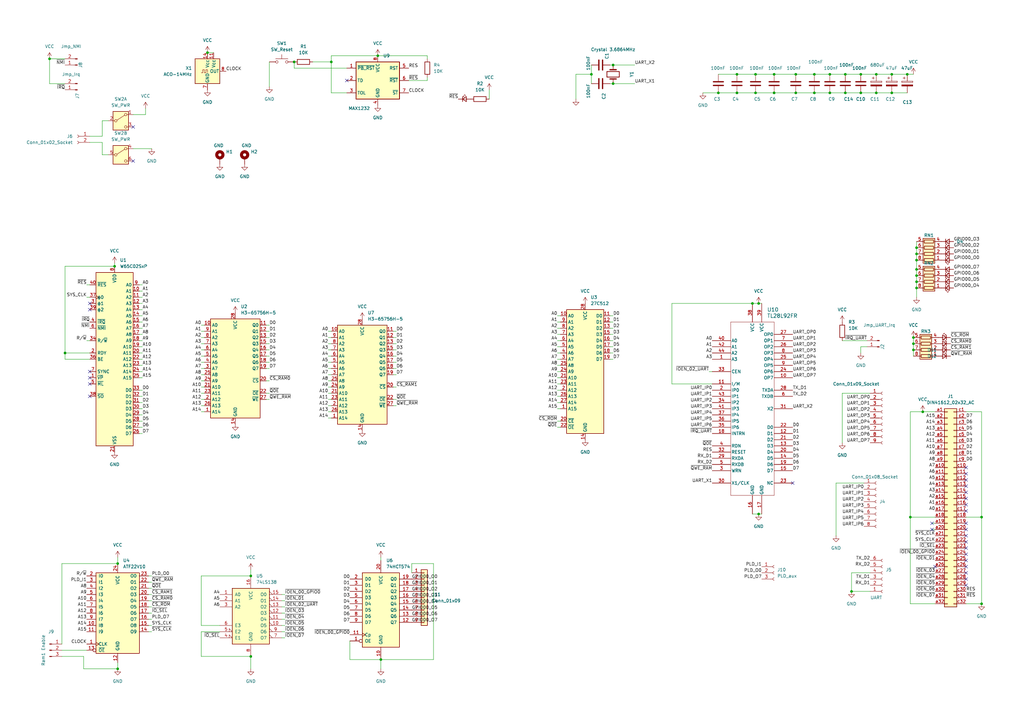
<source format=kicad_sch>
(kicad_sch (version 20230121) (generator eeschema)
  (paper "A3")
  (junction (at 375.92 104.14))
  (junction (at 373.38 212.09))
  (junction (at 102.87 269.24))
  (junction (at 326.39 38.1))
  (junction (at 85.09 21.59))
  (junction (at 309.88 30.48))
  (junction (at 48.26 274.32))
  (junction (at 334.01 30.48))
  (junction (at 375.92 110.49))
  (junction (at 340.36 38.1))
  (junction (at 135.89 25.4))
  (junction (at 326.39 30.48))
  (junction (at 302.26 38.1))
  (junction (at 346.71 38.1))
  (junction (at 120.65 25.4))
  (junction (at 374.65 143.51))
  (junction (at 317.5 30.48))
  (junction (at 353.06 30.48))
  (junction (at 365.76 30.48))
  (junction (at 251.46 34.29))
  (junction (at 365.76 38.1))
  (junction (at 156.21 270.51))
  (junction (at 402.59 212.09))
  (junction (at 378.46 168.91))
  (junction (at 375.92 106.68))
  (junction (at 359.41 38.1))
  (junction (at 340.36 30.48))
  (junction (at 311.15 124.46))
  (junction (at 309.88 38.1))
  (junction (at 302.26 30.48))
  (junction (at 374.65 138.43))
  (junction (at 334.01 38.1))
  (junction (at 154.94 22.86))
  (junction (at 375.92 115.57))
  (junction (at 311.15 210.82))
  (junction (at 402.59 247.65))
  (junction (at 317.5 38.1))
  (junction (at 375.92 101.6))
  (junction (at 294.64 38.1))
  (junction (at 20.32 24.13))
  (junction (at 374.65 140.97))
  (junction (at 46.99 109.22))
  (junction (at 346.71 30.48))
  (junction (at 48.26 231.14))
  (junction (at 242.57 30.48))
  (junction (at 102.87 236.22))
  (junction (at 359.41 30.48))
  (junction (at 353.06 38.1))
  (junction (at 375.92 113.03))
  (junction (at 26.67 144.78))
  (junction (at 372.11 30.48))
  (junction (at 251.46 26.67))
  (junction (at 349.25 242.57))
  (junction (at 375.92 118.11))
  (junction (at 308.61 124.46))
  (no_connect (at 396.24 217.17))
  (no_connect (at 396.24 222.25))
  (no_connect (at 396.24 201.93))
  (no_connect (at 325.12 198.12))
  (no_connect (at 382.27 217.17))
  (no_connect (at 36.83 152.4))
  (no_connect (at 396.24 194.31))
  (no_connect (at 396.24 234.95))
  (no_connect (at 396.24 229.87))
  (no_connect (at 382.27 214.63))
  (no_connect (at 396.24 199.39))
  (no_connect (at 36.83 124.46))
  (no_connect (at 36.83 154.94))
  (no_connect (at 383.54 232.41))
  (no_connect (at 36.83 162.56))
  (no_connect (at 396.24 219.71))
  (no_connect (at 396.24 196.85))
  (no_connect (at 396.24 209.55))
  (no_connect (at 54.61 66.04))
  (no_connect (at 396.24 232.41))
  (no_connect (at 396.24 214.63))
  (no_connect (at 54.61 52.07))
  (no_connect (at 396.24 240.03))
  (no_connect (at 396.24 191.77))
  (no_connect (at 36.83 157.48))
  (no_connect (at 396.24 207.01))
  (no_connect (at 36.83 127))
  (no_connect (at 396.24 224.79))
  (no_connect (at 396.24 237.49))
  (no_connect (at 396.24 204.47))
  (no_connect (at 396.24 227.33))
  (no_connect (at 142.24 33.02))
  (wire (pts (xy 135.89 22.86) (xy 154.94 22.86)))
  (wire (pts (xy 317.5 38.1) (xy 326.39 38.1)))
  (wire (pts (xy 110.49 135.89) (xy 109.22 135.89)))
  (wire (pts (xy 26.67 34.29) (xy 20.32 34.29)))
  (wire (pts (xy 342.9 219.71) (xy 342.9 198.12)))
  (wire (pts (xy 334.01 38.1) (xy 340.36 38.1)))
  (wire (pts (xy 228.6 167.64) (xy 229.87 167.64)))
  (wire (pts (xy 58.42 162.56) (xy 57.15 162.56)))
  (wire (pts (xy 260.35 34.29) (xy 251.46 34.29)))
  (wire (pts (xy 46.99 107.95) (xy 46.99 109.22)))
  (wire (pts (xy 275.59 157.48) (xy 275.59 124.46)))
  (wire (pts (xy 58.42 147.32) (xy 57.15 147.32)))
  (wire (pts (xy 82.55 163.83) (xy 83.82 163.83)))
  (wire (pts (xy 292.1 152.4) (xy 290.83 152.4)))
  (wire (pts (xy 134.62 135.89) (xy 135.89 135.89)))
  (wire (pts (xy 309.88 30.48) (xy 317.5 30.48)))
  (wire (pts (xy 116.84 256.54) (xy 115.57 256.54)))
  (wire (pts (xy 334.01 30.48) (xy 340.36 30.48)))
  (wire (pts (xy 110.49 133.35) (xy 109.22 133.35)))
  (wire (pts (xy 58.42 152.4) (xy 57.15 152.4)))
  (wire (pts (xy 340.36 38.1) (xy 346.71 38.1)))
  (wire (pts (xy 167.64 33.02) (xy 175.26 33.02)))
  (wire (pts (xy 302.26 30.48) (xy 309.88 30.48)))
  (wire (pts (xy 110.49 163.83) (xy 109.22 163.83)))
  (wire (pts (xy 228.6 152.4) (xy 229.87 152.4)))
  (wire (pts (xy 143.51 270.51) (xy 156.21 270.51)))
  (wire (pts (xy 82.55 146.05) (xy 83.82 146.05)))
  (wire (pts (xy 175.26 24.13) (xy 175.26 22.86)))
  (wire (pts (xy 154.94 22.86) (xy 175.26 22.86)))
  (wire (pts (xy 177.8 231.14) (xy 177.8 270.51)))
  (wire (pts (xy 58.42 160.02) (xy 57.15 160.02)))
  (wire (pts (xy 375.92 110.49) (xy 375.92 113.03)))
  (wire (pts (xy 58.42 144.78) (xy 57.15 144.78)))
  (wire (pts (xy 168.91 231.14) (xy 177.8 231.14)))
  (wire (pts (xy 156.21 228.6) (xy 156.21 229.87)))
  (wire (pts (xy 228.6 160.02) (xy 229.87 160.02)))
  (wire (pts (xy 311.15 210.82) (xy 312.42 210.82)))
  (wire (pts (xy 82.55 259.08) (xy 82.55 269.24)))
  (wire (pts (xy 35.56 139.7) (xy 36.83 139.7)))
  (wire (pts (xy 135.89 22.86) (xy 135.89 25.4)))
  (wire (pts (xy 134.62 171.45) (xy 135.89 171.45)))
  (wire (pts (xy 359.41 38.1) (xy 365.76 38.1)))
  (wire (pts (xy 120.65 25.4) (xy 120.65 27.94)))
  (wire (pts (xy 82.55 236.22) (xy 102.87 236.22)))
  (wire (pts (xy 82.55 143.51) (xy 83.82 143.51)))
  (wire (pts (xy 116.84 246.38) (xy 115.57 246.38)))
  (wire (pts (xy 116.84 243.84) (xy 115.57 243.84)))
  (wire (pts (xy 228.6 137.16) (xy 229.87 137.16)))
  (wire (pts (xy 228.6 134.62) (xy 229.87 134.62)))
  (wire (pts (xy 373.38 212.09) (xy 373.38 247.65)))
  (wire (pts (xy 375.92 99.06) (xy 375.92 101.6)))
  (wire (pts (xy 251.46 142.24) (xy 250.19 142.24)))
  (wire (pts (xy 346.71 30.48) (xy 353.06 30.48)))
  (wire (pts (xy 162.56 158.75) (xy 161.29 158.75)))
  (wire (pts (xy 110.49 25.4) (xy 110.49 35.56)))
  (wire (pts (xy 134.62 166.37) (xy 135.89 166.37)))
  (wire (pts (xy 110.49 148.59) (xy 109.22 148.59)))
  (wire (pts (xy 58.42 142.24) (xy 57.15 142.24)))
  (wire (pts (xy 353.06 144.78) (xy 353.06 142.24)))
  (wire (pts (xy 110.49 161.29) (xy 109.22 161.29)))
  (wire (pts (xy 62.23 236.22) (xy 60.96 236.22)))
  (wire (pts (xy 82.55 148.59) (xy 83.82 148.59)))
  (wire (pts (xy 48.26 271.78) (xy 48.26 274.32)))
  (wire (pts (xy 82.55 133.35) (xy 83.82 133.35)))
  (wire (pts (xy 82.55 153.67) (xy 83.82 153.67)))
  (wire (pts (xy 177.8 270.51) (xy 156.21 270.51)))
  (wire (pts (xy 402.59 247.65) (xy 396.24 247.65)))
  (wire (pts (xy 110.49 156.21) (xy 109.22 156.21)))
  (wire (pts (xy 162.56 148.59) (xy 161.29 148.59)))
  (wire (pts (xy 251.46 134.62) (xy 250.19 134.62)))
  (wire (pts (xy 228.6 162.56) (xy 229.87 162.56)))
  (wire (pts (xy 228.6 157.48) (xy 229.87 157.48)))
  (wire (pts (xy 294.64 30.48) (xy 302.26 30.48)))
  (wire (pts (xy 25.4 264.16) (xy 25.4 231.14)))
  (wire (pts (xy 26.67 109.22) (xy 46.99 109.22)))
  (wire (pts (xy 162.56 143.51) (xy 161.29 143.51)))
  (wire (pts (xy 378.46 168.91) (xy 383.54 168.91)))
  (wire (pts (xy 110.49 138.43) (xy 109.22 138.43)))
  (wire (pts (xy 373.38 168.91) (xy 378.46 168.91)))
  (wire (pts (xy 62.23 251.46) (xy 60.96 251.46)))
  (wire (pts (xy 308.61 124.46) (xy 311.15 124.46)))
  (wire (pts (xy 128.27 25.4) (xy 135.89 25.4)))
  (wire (pts (xy 162.56 146.05) (xy 161.29 146.05)))
  (wire (pts (xy 345.44 139.7) (xy 355.6 139.7)))
  (wire (pts (xy 228.6 139.7) (xy 229.87 139.7)))
  (wire (pts (xy 110.49 140.97) (xy 109.22 140.97)))
  (wire (pts (xy 58.42 127) (xy 57.15 127)))
  (wire (pts (xy 134.62 138.43) (xy 135.89 138.43)))
  (wire (pts (xy 375.92 104.14) (xy 375.92 106.68)))
  (wire (pts (xy 62.23 254) (xy 60.96 254)))
  (wire (pts (xy 90.17 259.08) (xy 82.55 259.08)))
  (wire (pts (xy 25.4 266.7) (xy 35.56 266.7)))
  (wire (pts (xy 82.55 138.43) (xy 83.82 138.43)))
  (wire (pts (xy 58.42 177.8) (xy 57.15 177.8)))
  (wire (pts (xy 26.67 144.78) (xy 26.67 147.32)))
  (wire (pts (xy 82.55 158.75) (xy 83.82 158.75)))
  (wire (pts (xy 228.6 144.78) (xy 229.87 144.78)))
  (wire (pts (xy 228.6 129.54) (xy 229.87 129.54)))
  (wire (pts (xy 375.92 118.11) (xy 375.92 121.92)))
  (wire (pts (xy 58.42 116.84) (xy 57.15 116.84)))
  (wire (pts (xy 116.84 261.62) (xy 115.57 261.62)))
  (wire (pts (xy 228.6 165.1) (xy 229.87 165.1)))
  (wire (pts (xy 110.49 151.13) (xy 109.22 151.13)))
  (wire (pts (xy 134.62 146.05) (xy 135.89 146.05)))
  (wire (pts (xy 85.09 21.59) (xy 87.63 21.59)))
  (wire (pts (xy 228.6 172.72) (xy 229.87 172.72)))
  (wire (pts (xy 134.62 156.21) (xy 135.89 156.21)))
  (wire (pts (xy 58.42 119.38) (xy 57.15 119.38)))
  (wire (pts (xy 41.91 49.53) (xy 44.45 49.53)))
  (wire (pts (xy 353.06 142.24) (xy 355.6 142.24)))
  (wire (pts (xy 359.41 30.48) (xy 365.76 30.48)))
  (wire (pts (xy 383.54 247.65) (xy 373.38 247.65)))
  (wire (pts (xy 58.42 175.26) (xy 57.15 175.26)))
  (wire (pts (xy 58.42 132.08) (xy 57.15 132.08)))
  (wire (pts (xy 251.46 137.16) (xy 250.19 137.16)))
  (wire (pts (xy 34.29 274.32) (xy 48.26 274.32)))
  (wire (pts (xy 134.62 148.59) (xy 135.89 148.59)))
  (wire (pts (xy 26.67 144.78) (xy 36.83 144.78)))
  (wire (pts (xy 110.49 143.51) (xy 109.22 143.51)))
  (wire (pts (xy 82.55 140.97) (xy 83.82 140.97)))
  (wire (pts (xy 302.26 38.1) (xy 309.88 38.1)))
  (wire (pts (xy 156.21 270.51) (xy 156.21 274.32)))
  (wire (pts (xy 90.17 256.54) (xy 82.55 256.54)))
  (wire (pts (xy 134.62 151.13) (xy 135.89 151.13)))
  (wire (pts (xy 251.46 34.29) (xy 250.19 34.29)))
  (wire (pts (xy 41.91 58.42) (xy 41.91 63.5)))
  (wire (pts (xy 260.35 26.67) (xy 251.46 26.67)))
  (wire (pts (xy 26.67 24.13) (xy 20.32 24.13)))
  (wire (pts (xy 36.83 55.88) (xy 41.91 55.88)))
  (wire (pts (xy 162.56 166.37) (xy 161.29 166.37)))
  (wire (pts (xy 346.71 38.1) (xy 353.06 38.1)))
  (wire (pts (xy 58.42 129.54) (xy 57.15 129.54)))
  (wire (pts (xy 375.92 115.57) (xy 375.92 118.11)))
  (wire (pts (xy 134.62 153.67) (xy 135.89 153.67)))
  (wire (pts (xy 62.23 243.84) (xy 60.96 243.84)))
  (wire (pts (xy 134.62 158.75) (xy 135.89 158.75)))
  (wire (pts (xy 236.22 30.48) (xy 242.57 30.48)))
  (wire (pts (xy 228.6 149.86) (xy 229.87 149.86)))
  (wire (pts (xy 228.6 154.94) (xy 229.87 154.94)))
  (wire (pts (xy 326.39 30.48) (xy 334.01 30.48)))
  (wire (pts (xy 345.44 181.61) (xy 345.44 161.29)))
  (wire (pts (xy 58.42 137.16) (xy 57.15 137.16)))
  (wire (pts (xy 58.42 139.7) (xy 57.15 139.7)))
  (wire (pts (xy 228.6 175.26) (xy 229.87 175.26)))
  (wire (pts (xy 375.92 106.68) (xy 375.92 110.49)))
  (wire (pts (xy 168.91 231.14) (xy 168.91 234.95)))
  (wire (pts (xy 116.84 248.92) (xy 115.57 248.92)))
  (wire (pts (xy 365.76 30.48) (xy 372.11 30.48)))
  (wire (pts (xy 345.44 161.29) (xy 356.87 161.29)))
  (wire (pts (xy 58.42 167.64) (xy 57.15 167.64)))
  (wire (pts (xy 228.6 147.32) (xy 229.87 147.32)))
  (wire (pts (xy 41.91 63.5) (xy 44.45 63.5)))
  (wire (pts (xy 251.46 147.32) (xy 250.19 147.32)))
  (wire (pts (xy 251.46 139.7) (xy 250.19 139.7)))
  (wire (pts (xy 228.6 132.08) (xy 229.87 132.08)))
  (wire (pts (xy 58.42 170.18) (xy 57.15 170.18)))
  (wire (pts (xy 82.55 156.21) (xy 83.82 156.21)))
  (wire (pts (xy 309.88 38.1) (xy 317.5 38.1)))
  (wire (pts (xy 116.84 251.46) (xy 115.57 251.46)))
  (wire (pts (xy 275.59 124.46) (xy 308.61 124.46)))
  (wire (pts (xy 242.57 30.48) (xy 242.57 34.29)))
  (wire (pts (xy 25.4 231.14) (xy 48.26 231.14)))
  (wire (pts (xy 102.87 269.24) (xy 102.87 274.32)))
  (wire (pts (xy 134.62 163.83) (xy 135.89 163.83)))
  (wire (pts (xy 34.29 269.24) (xy 34.29 274.32)))
  (wire (pts (xy 35.56 116.84) (xy 36.83 116.84)))
  (wire (pts (xy 251.46 129.54) (xy 250.19 129.54)))
  (wire (pts (xy 134.62 140.97) (xy 135.89 140.97)))
  (wire (pts (xy 365.76 38.1) (xy 372.11 38.1)))
  (wire (pts (xy 82.55 166.37) (xy 83.82 166.37)))
  (wire (pts (xy 162.56 140.97) (xy 161.29 140.97)))
  (wire (pts (xy 82.55 151.13) (xy 83.82 151.13)))
  (wire (pts (xy 62.23 259.08) (xy 60.96 259.08)))
  (wire (pts (xy 26.67 109.22) (xy 26.67 144.78)))
  (wire (pts (xy 349.25 242.57) (xy 356.87 242.57)))
  (wire (pts (xy 58.42 165.1) (xy 57.15 165.1)))
  (wire (pts (xy 317.5 30.48) (xy 326.39 30.48)))
  (wire (pts (xy 20.32 34.29) (xy 20.32 24.13)))
  (wire (pts (xy 294.64 38.1) (xy 302.26 38.1)))
  (wire (pts (xy 62.23 256.54) (xy 60.96 256.54)))
  (wire (pts (xy 82.55 135.89) (xy 83.82 135.89)))
  (wire (pts (xy 349.25 234.95) (xy 349.25 242.57)))
  (wire (pts (xy 353.06 38.1) (xy 359.41 38.1)))
  (wire (pts (xy 372.11 30.48) (xy 374.65 30.48)))
  (wire (pts (xy 59.69 46.99) (xy 54.61 46.99)))
  (wire (pts (xy 62.23 246.38) (xy 60.96 246.38)))
  (wire (pts (xy 242.57 26.67) (xy 242.57 30.48)))
  (wire (pts (xy 58.42 124.46) (xy 57.15 124.46)))
  (wire (pts (xy 402.59 168.91) (xy 402.59 212.09)))
  (wire (pts (xy 82.55 269.24) (xy 102.87 269.24)))
  (wire (pts (xy 82.55 256.54) (xy 82.55 236.22)))
  (wire (pts (xy 200.66 36.83) (xy 200.66 40.64)))
  (wire (pts (xy 292.1 157.48) (xy 275.59 157.48)))
  (wire (pts (xy 36.83 147.32) (xy 26.67 147.32)))
  (wire (pts (xy 62.23 241.3) (xy 60.96 241.3)))
  (wire (pts (xy 116.84 259.08) (xy 115.57 259.08)))
  (wire (pts (xy 58.42 149.86) (xy 57.15 149.86)))
  (wire (pts (xy 342.9 198.12) (xy 354.33 198.12)))
  (wire (pts (xy 142.24 38.1) (xy 135.89 38.1)))
  (wire (pts (xy 25.4 269.24) (xy 34.29 269.24)))
  (wire (pts (xy 41.91 55.88) (xy 41.91 49.53)))
  (wire (pts (xy 311.15 124.46) (xy 312.42 124.46)))
  (wire (pts (xy 308.61 210.82) (xy 311.15 210.82)))
  (wire (pts (xy 374.65 138.43) (xy 374.65 140.97)))
  (wire (pts (xy 35.56 121.92) (xy 36.83 121.92)))
  (wire (pts (xy 382.27 217.17) (xy 383.54 217.17)))
  (wire (pts (xy 162.56 151.13) (xy 161.29 151.13)))
  (wire (pts (xy 375.92 113.03) (xy 375.92 115.57)))
  (wire (pts (xy 353.06 30.48) (xy 359.41 30.48)))
  (wire (pts (xy 62.23 248.92) (xy 60.96 248.92)))
  (wire (pts (xy 374.65 143.51) (xy 374.65 146.05)))
  (wire (pts (xy 135.89 38.1) (xy 135.89 25.4)))
  (wire (pts (xy 374.65 140.97) (xy 374.65 143.51)))
  (wire (pts (xy 102.87 233.68) (xy 102.87 236.22)))
  (wire (pts (xy 59.69 46.99) (xy 59.69 44.45)))
  (wire (pts (xy 58.42 134.62) (xy 57.15 134.62)))
  (wire (pts (xy 162.56 153.67) (xy 161.29 153.67)))
  (wire (pts (xy 120.65 27.94) (xy 142.24 27.94)))
  (wire (pts (xy 62.23 238.76) (xy 60.96 238.76)))
  (wire (pts (xy 326.39 38.1) (xy 334.01 38.1)))
  (wire (pts (xy 110.49 146.05) (xy 109.22 146.05)))
  (wire (pts (xy 402.59 212.09) (xy 402.59 247.65)))
  (wire (pts (xy 48.26 228.6) (xy 48.26 231.14)))
  (wire (pts (xy 82.55 161.29) (xy 83.82 161.29)))
  (wire (pts (xy 396.24 168.91) (xy 402.59 168.91)))
  (wire (pts (xy 236.22 30.48) (xy 236.22 40.64)))
  (wire (pts (xy 396.24 212.09) (xy 402.59 212.09)))
  (wire (pts (xy 356.87 234.95) (xy 349.25 234.95)))
  (wire (pts (xy 251.46 132.08) (xy 250.19 132.08)))
  (wire (pts (xy 288.29 38.1) (xy 294.64 38.1)))
  (wire (pts (xy 175.26 33.02) (xy 175.26 31.75)))
  (wire (pts (xy 58.42 154.94) (xy 57.15 154.94)))
  (wire (pts (xy 373.38 168.91) (xy 373.38 212.09)))
  (wire (pts (xy 116.84 254) (xy 115.57 254)))
  (wire (pts (xy 82.55 168.91) (xy 83.82 168.91)))
  (wire (pts (xy 58.42 121.92) (xy 57.15 121.92)))
  (wire (pts (xy 251.46 26.67) (xy 250.19 26.67)))
  (wire (pts (xy 58.42 172.72) (xy 57.15 172.72)))
  (wire (pts (xy 373.38 212.09) (xy 383.54 212.09)))
  (wire (pts (xy 134.62 143.51) (xy 135.89 143.51)))
  (wire (pts (xy 36.83 58.42) (xy 41.91 58.42)))
  (wire (pts (xy 134.62 168.91) (xy 135.89 168.91)))
  (wire (pts (xy 340.36 30.48) (xy 346.71 30.48)))
  (wire (pts (xy 143.51 262.89) (xy 143.51 270.51)))
  (wire (pts (xy 134.62 161.29) (xy 135.89 161.29)))
  (wire (pts (xy 382.27 214.63) (xy 383.54 214.63)))
  (wire (pts (xy 228.6 142.24) (xy 229.87 142.24)))
  (wire (pts (xy 375.92 101.6) (xy 375.92 104.14)))
  (wire (pts (xy 162.56 135.89) (xy 161.29 135.89)))
  (wire (pts (xy 251.46 144.78) (xy 250.19 144.78)))
  (wire (pts (xy 162.56 138.43) (xy 161.29 138.43)))
  (wire (pts (xy 54.61 60.96) (xy 62.23 60.96)))
  (wire (pts (xy 162.56 163.83) (xy 161.29 163.83)))
  (label "D2" (at 162.56 140.97 0))
  (label "D5" (at 162.56 148.59 0))
  (label "D0" (at 162.56 135.89 0))
  (label "UART_IP5" (at 292.1 172.72 180))
  (label "UART_IP3" (at 354.33 208.28 180))
  (label "D0" (at 325.12 175.26 0))
  (label "D4" (at 162.56 146.05 0))
  (label "SYS_CLK" (at 383.54 222.25 180))
  (label "~{IRQ}" (at 36.83 132.08 180))
  (label "RES" (at 167.64 27.94 0))
  (label "A7" (at 58.42 134.62 0))
  (label "D1" (at 110.49 135.89 0))
  (label "A9" (at 35.56 243.84 180))
  (label "A9" (at 383.54 186.69 180))
  (label "A10" (at 58.42 142.24 0))
  (label "GPIO00_O6" (at 391.16 113.03 0))
  (label "D2" (at 325.12 180.34 0))
  (label "GPIO00_O5" (at 391.16 115.57 0))
  (label "D5" (at 110.49 146.05 0))
  (label "D0" (at 396.24 189.23 0))
  (label "UART_OP5" (at 325.12 149.86 0))
  (label "A14" (at 35.56 256.54 180))
  (label "TX_D2" (at 356.87 229.87 180))
  (label "A10" (at 35.56 246.38 180))
  (label "~{RES}" (at 396.24 245.11 0))
  (label "UART_IP4" (at 292.1 170.18 180))
  (label "RX_D2" (at 356.87 232.41 180))
  (label "~{QOE}" (at 162.56 163.83 0))
  (label "A10" (at 383.54 184.15 180))
  (label "A12" (at 228.6 160.02 180))
  (label "PLD_O0" (at 312.42 234.95 180))
  (label "A13" (at 383.54 176.53 180))
  (label "~{IOEN_03}" (at 383.54 234.95 180))
  (label "A13" (at 228.6 162.56 180))
  (label "GPIO00_O7" (at 168.91 255.27 0))
  (label "A9" (at 82.55 156.21 180))
  (label "A5" (at 383.54 196.85 180))
  (label "D1" (at 58.42 162.56 0))
  (label "A14" (at 134.62 171.45 180))
  (label "UART_IP0" (at 292.1 160.02 180))
  (label "A6" (at 82.55 148.59 180))
  (label "~{IO_SEL}" (at 62.23 251.46 0))
  (label "UART_IP1" (at 292.1 162.56 180))
  (label "A3" (at 228.6 137.16 180))
  (label "GPIO00_O1" (at 391.16 104.14 0))
  (label "A10" (at 82.55 158.75 180))
  (label "D4" (at 58.42 170.18 0))
  (label "UART_IP2" (at 292.1 165.1 180))
  (label "A5" (at 90.17 246.38 180))
  (label "UART_X2" (at 325.12 167.64 0))
  (label "~{QOE}" (at 62.23 241.3 0))
  (label "~{CS_ROM}" (at 389.89 138.43 0))
  (label "UART_IP2" (at 354.33 205.74 180))
  (label "D6" (at 396.24 173.99 0))
  (label "D3" (at 58.42 167.64 0))
  (label "GPIO00_O5" (at 168.91 250.19 0))
  (label "~{CS_RAM1}" (at 389.89 143.51 0))
  (label "D4" (at 251.46 139.7 0))
  (label "GPIO00_O1" (at 168.91 240.03 0))
  (label "UART_X2" (at 260.35 26.67 0))
  (label "UART_OP4" (at 325.12 147.32 0))
  (label "A0" (at 134.62 135.89 180))
  (label "RES" (at 396.24 242.57 0))
  (label "A0" (at 82.55 133.35 180))
  (label "A9" (at 228.6 152.4 180))
  (label "UART_OP6" (at 356.87 179.07 180))
  (label "A13" (at 134.62 168.91 180))
  (label "UART_IP1" (at 354.33 203.2 180))
  (label "A1" (at 292.1 142.24 180))
  (label "A10" (at 228.6 154.94 180))
  (label "~{IOEN_01}" (at 383.54 229.87 180))
  (label "UART_OP0" (at 356.87 163.83 180))
  (label "D4" (at 325.12 185.42 0))
  (label "A1" (at 58.42 119.38 0))
  (label "R{slash}~{W}" (at 35.56 236.22 180))
  (label "D0" (at 251.46 129.54 0))
  (label "~{IRQ_UART}" (at 355.6 139.7 180))
  (label "RX_D2" (at 292.1 190.5 180))
  (label "D5" (at 396.24 176.53 0))
  (label "A2" (at 228.6 134.62 180))
  (label "~{IOEN_05}" (at 383.54 240.03 180))
  (label "A2" (at 383.54 204.47 180))
  (label "A11" (at 35.56 248.92 180))
  (label "PLD_I1" (at 35.56 238.76 180))
  (label "UART_IP6" (at 354.33 215.9 180))
  (label "CLOCK" (at 92.71 29.21 0))
  (label "UART_OP1" (at 356.87 166.37 180))
  (label "A1" (at 228.6 132.08 180))
  (label "~{CS_RAM0}" (at 62.23 246.38 0))
  (label "UART_IP4" (at 354.33 210.82 180))
  (label "A11" (at 134.62 163.83 180))
  (label "D7" (at 110.49 151.13 0))
  (label "~{IOEN_07}" (at 383.54 245.11 180))
  (label "~{QWE_RAM}" (at 110.49 163.83 0))
  (label "~{IOEN_03}" (at 116.84 251.46 0))
  (label "UART_OP7" (at 325.12 154.94 0))
  (label "A3" (at 134.62 143.51 180))
  (label "A7" (at 134.62 153.67 180))
  (label "~{QWE_RAM}" (at 62.23 238.76 0))
  (label "~{IOEN_01}" (at 116.84 246.38 0))
  (label "~{RES}" (at 35.56 116.84 180))
  (label "UART_IP0" (at 354.33 200.66 180))
  (label "A2" (at 292.1 144.78 180))
  (label "~{CS_RAM1}" (at 62.23 243.84 0))
  (label "A14" (at 228.6 165.1 180))
  (label "UART_OP4" (at 356.87 173.99 180))
  (label "SYS_CLK" (at 62.23 256.54 0))
  (label "D6" (at 325.12 190.5 0))
  (label "UART_OP1" (at 325.12 139.7 0))
  (label "~{IOEN_04}" (at 116.84 254 0))
  (label "UART_X1" (at 260.35 34.29 0))
  (label "RX_D1" (at 292.1 187.96 180))
  (label "TX_D1" (at 356.87 237.49 180))
  (label "TX_D2" (at 325.12 162.56 0))
  (label "D6" (at 110.49 148.59 0))
  (label "D3" (at 251.46 137.16 0))
  (label "D1" (at 251.46 132.08 0))
  (label "~{CS_RAM0}" (at 110.49 156.21 0))
  (label "A9" (at 58.42 139.7 0))
  (label "A8" (at 58.42 137.16 0))
  (label "~{IOEN_00_GPIO0}" (at 143.51 260.35 180))
  (label "D7" (at 396.24 171.45 0))
  (label "A0" (at 292.1 139.7 180))
  (label "UART_IP6" (at 292.1 175.26 180))
  (label "D7" (at 251.46 147.32 0))
  (label "SYS_CLK" (at 35.56 121.92 180))
  (label "D5" (at 251.46 142.24 0))
  (label "UART_IP5" (at 354.33 213.36 180))
  (label "CLOCK" (at 35.56 264.16 180))
  (label "D3" (at 110.49 140.97 0))
  (label "D5" (at 58.42 172.72 0))
  (label "~{QWE_RAM}" (at 292.1 193.04 180))
  (label "A3" (at 58.42 124.46 0))
  (label "A2" (at 82.55 138.43 180))
  (label "A3" (at 292.1 147.32 180))
  (label "GPIO00_O3" (at 391.16 99.06 0))
  (label "D7" (at 143.51 255.27 180))
  (label "A11" (at 82.55 161.29 180))
  (label "~{QOE}" (at 110.49 161.29 0))
  (label "PLD_I1" (at 312.42 232.41 180))
  (label "A1" (at 383.54 207.01 180))
  (label "A9" (at 134.62 158.75 180))
  (label "A8" (at 35.56 241.3 180))
  (label "~{IOEN_06}" (at 383.54 242.57 180))
  (label "A14" (at 82.55 168.91 180))
  (label "~{IOEN_02_UART}" (at 116.84 248.92 0))
  (label "~{IOEN_06}" (at 116.84 259.08 0))
  (label "A3" (at 383.54 201.93 180))
  (label "A15" (at 228.6 167.64 180))
  (label "A1" (at 134.62 138.43 180))
  (label "GPIO00_O0" (at 168.91 237.49 0))
  (label "A11" (at 383.54 181.61 180))
  (label "A6" (at 58.42 132.08 0))
  (label "UART_OP2" (at 356.87 168.91 180))
  (label "PLD_O0" (at 62.23 236.22 0))
  (label "UART_OP3" (at 356.87 171.45 180))
  (label "A5" (at 82.55 146.05 180))
  (label "GPIO00_O4" (at 168.91 247.65 0))
  (label "D6" (at 143.51 252.73 180))
  (label "A0" (at 383.54 209.55 180))
  (label "PLD_O7" (at 312.42 237.49 180))
  (label "A6" (at 134.62 151.13 180))
  (label "RES" (at 292.1 185.42 180))
  (label "A4" (at 82.55 143.51 180))
  (label "~{IOEN_00_GPIO0}" (at 383.54 227.33 180))
  (label "A6" (at 90.17 248.92 180))
  (label "A13" (at 58.42 149.86 0))
  (label "~{IOEN_00_GPIO0}" (at 116.84 243.84 0))
  (label "D0" (at 58.42 160.02 0))
  (label "A13" (at 82.55 166.37 180))
  (label "A0" (at 58.42 116.84 0))
  (label "UART_OP3" (at 325.12 144.78 0))
  (label "A15" (at 58.42 154.94 0))
  (label "A4" (at 90.17 243.84 180))
  (label "~{QWE_RAM}" (at 389.89 146.05 0))
  (label "GPIO00_O7" (at 391.16 110.49 0))
  (label "A6" (at 228.6 144.78 180))
  (label "D4" (at 110.49 143.51 0))
  (label "A4" (at 58.42 127 0))
  (label "A6" (at 383.54 194.31 180))
  (label "A15" (at 35.56 259.08 180))
  (label "GPIO00_O4" (at 391.16 118.11 0))
  (label "~{SYS_CLK}" (at 62.23 259.08 0))
  (label "D2" (at 396.24 184.15 0))
  (label "A5" (at 134.62 148.59 180))
  (label "D4" (at 396.24 179.07 0))
  (label "A12" (at 35.56 251.46 180))
  (label "~{IOEN_05}" (at 116.84 256.54 0))
  (label "~{IRQ}" (at 26.67 36.83 180))
  (label "GPIO00_O3" (at 168.91 245.11 0))
  (label "PLD_O7" (at 62.23 254 0))
  (label "A2" (at 134.62 140.97 180))
  (label "A10" (at 134.62 161.29 180))
  (label "GPIO00_O6" (at 168.91 252.73 0))
  (label "~{NMI}" (at 36.83 134.62 180))
  (label "D1" (at 143.51 240.03 180))
  (label "UART_OP6" (at 325.12 152.4 0))
  (label "A13" (at 35.56 254 180))
  (label "A12" (at 383.54 179.07 180))
  (label "GPIO00_O2" (at 168.91 242.57 0))
  (label "GPIO00_O2" (at 391.16 101.6 0))
  (label "A4" (at 134.62 146.05 180))
  (label "A4" (at 228.6 139.7 180))
  (label "D3" (at 325.12 182.88 0))
  (label "D1" (at 396.24 186.69 0))
  (label "CLOCK" (at 167.64 38.1 0))
  (label "A3" (at 82.55 140.97 180))
  (label "A1" (at 82.55 135.89 180))
  (label "~{RES}" (at 187.96 40.64 180))
  (label "UART_X1" (at 292.1 198.12 180))
  (label "UART_OP7" (at 356.87 181.61 180))
  (label "D3" (at 162.56 143.51 0))
  (label "A11" (at 58.42 144.78 0))
  (label "~{QWE_RAM}" (at 162.56 166.37 0))
  (label "D3" (at 396.24 181.61 0))
  (label "A12" (at 82.55 163.83 180))
  (label "A12" (at 134.62 166.37 180))
  (label "D2" (at 251.46 134.62 0))
  (label "~{CS_ROM}" (at 62.23 248.92 0))
  (label "UART_OP2" (at 325.12 142.24 0))
  (label "D1" (at 162.56 138.43 0))
  (label "A11" (at 228.6 157.48 180))
  (label "A7" (at 383.54 191.77 180))
  (label "A5" (at 58.42 129.54 0))
  (label "D2" (at 110.49 138.43 0))
  (label "~{CS_RAM0}" (at 389.89 140.97 0))
  (label "~{IOEN_02_UART}" (at 290.83 152.4 180))
  (label "A4" (at 383.54 199.39 180))
  (label "D6" (at 162.56 151.13 0))
  (label "D2" (at 58.42 165.1 0))
  (label "~{IOEN_07}" (at 116.84 261.62 0))
  (label "D0" (at 110.49 133.35 0))
  (label "D2" (at 143.51 242.57 180))
  (label "D7" (at 162.56 153.67 0))
  (label "GPIO00_O0" (at 391.16 106.68 0))
  (label "~{QOE}" (at 228.6 175.26 180))
  (label "D7" (at 58.42 177.8 0))
  (label "A7" (at 228.6 147.32 180))
  (label "~{IRQ_UART}" (at 292.1 177.8 180))
  (label "RX_D1" (at 356.87 240.03 180))
  (label "D1" (at 325.12 177.8 0))
  (label "D4" (at 143.51 247.65 180))
  (label "A2" (at 58.42 121.92 0))
  (label "A8" (at 82.55 153.67 180))
  (label "~{RES}" (at 167.64 33.02 0))
  (label "D5" (at 325.12 187.96 0))
  (label "A12" (at 58.42 147.32 0))
  (label "UART_IP3" (at 292.1 167.64 180))
  (label "~{CS_ROM}" (at 228.6 172.72 180))
  (label "A8" (at 134.62 156.21 180))
  (label "D5" (at 143.51 250.19 180))
  (label "TX_D1" (at 325.12 160.02 0))
  (label "~{NMI}" (at 26.67 26.67 180))
  (label "D6" (at 58.42 175.26 0))
  (label "A8" (at 383.54 189.23 180))
  (label "A5" (at 228.6 142.24 180))
  (label "A8" (at 228.6 149.86 180))
  (label "~{SYS_CLK}" (at 383.54 219.71 180))
  (label "D0" (at 143.51 237.49 180))
  (label "~{QOE}" (at 292.1 182.88 180))
  (label "UART_OP5" (at 356.87 176.53 180))
  (label "A0" (at 228.6 129.54 180))
  (label "D7" (at 325.12 193.04 0))
  (label "~{IO_SEL}" (at 90.17 261.62 180))
  (label "UART_OP0" (at 325.12 137.16 0))
  (label "A14" (at 383.54 173.99 180))
  (label "~{IO_SEL}" (at 383.54 224.79 180))
  (label "A14" (at 58.42 152.4 0))
  (label "~{CS_RAM1}" (at 162.56 158.75 0))
  (label "D3" (at 143.51 245.11 180))
  (label "D6" (at 251.46 144.78 0))
  (label "A7" (at 82.55 151.13 180))
  (label "~{IOEN_04}" (at 383.54 237.49 180))
  (label "A15" (at 383.54 171.45 180))
  (label "R{slash}~{W}" (at 35.56 139.7 180))
  (symbol (lib_id "Connector:Conn_01x02_Pin") (at 31.75 36.83 180) (unit 1)
    (property "Reference" "J7" (at 31.75 39.37 90))
    (property "Value" "Jmp_Irq" (at 29.21 30.48 0))
    (property "Footprint" "Connector_PinHeader_2.54mm:PinHeader_1x02_P2.54mm_Vertical" (effects hide))
  )
  (symbol (lib_id "Device:C") (at 340.36 34.29 0) (unit 1)
    (property "Reference" "C9" (at 339.725 40.64 0) (effects (justify left)))
    (property "Value" "100nF" (at 337.82 27.94 0) (effects (justify left)))
    (property "Footprint" "Capacitor_SMD:C_0805_2012Metric_Pad1.18x1.45mm_HandSolder" (effects hide))
  )
  (symbol (lib_id "Device:R") (at 196.85 40.64 90) (unit 1)
    (property "Reference" "R2" (at 196.85 34.29 90))
    (property "Value" "10K" (at 196.85 36.83 90))
    (property "Footprint" "Resistor_SMD:R_0805_2012Metric_Pad1.20x1.40mm_HandSolder" (effects hide))
  )
  (symbol (lib_id "power:GND") (at 349.25 242.57 0) (mirror y) (unit 1)
    (property "Reference" "#PWR029" (effects hide))
    (property "Value" "GND" (at 349.25 247.65 0))
  )
  (symbol (lib_id "65xx:W65C02SxP") (at 46.99 147.32 0) (unit 1)
    (property "Reference" "U1" (at 49.1841 106.68 0) (effects (justify left)))
    (property "Value" "W65C02SxP" (at 49.1841 109.22 0) (effects (justify left)))
    (property "Footprint" "Package_DIP:DIP-40_W15.24mm_Socket" (effects hide))
    (property "Datasheet" "http://www.westerndesigncenter.com/wdc/documentation/w65c02s.pdf" (effects hide))
  )
  (symbol (lib_id "Device:LED_Small") (at 388.62 110.49 0) (mirror x) (unit 1)
    (property "Reference" "D8" (effects hide))
    (property "Value" "LED_Small" (effects hide))
    (property "Footprint" "LED_SMD:LED_0805_2012Metric_Pad1.15x1.40mm_HandSolder" (effects hide))
  )
  (symbol (lib_id "power:VCC") (at 85.09 21.59 0) (unit 1)
    (property "Reference" "#PWR022" (effects hide))
    (property "Value" "VCC" (at 85.09 16.51 0))
  )
  (symbol (lib_id "power:GND") (at 96.52 173.99 0) (unit 1)
    (property "Reference" "#PWR08" (effects hide))
    (property "Value" "GND" (at 96.52 179.07 0))
  )
  (symbol (lib_id "Device:C") (at 346.71 34.29 0) (unit 1)
    (property "Reference" "C14" (at 346.075 40.64 0) (effects (justify left)))
    (property "Value" "100nF" (at 344.17 26.67 0) (effects (justify left)))
    (property "Footprint" "Capacitor_SMD:C_0805_2012Metric_Pad1.18x1.45mm_HandSolder" (effects hide))
  )
  (symbol (lib_id "Connector_Generic:Conn_01x09") (at 173.99 245.11 0) (unit 1)
    (property "Reference" "J11" (at 177.165 243.84 0) (effects (justify left)))
    (property "Value" "Conn_01x09" (at 177.165 246.38 0) (effects (justify left)))
    (property "Footprint" "Connector_PinSocket_2.54mm:PinSocket_1x09_P2.54mm_Vertical" (effects hide))
  )
  (symbol (lib_id "power:GND") (at 375.92 121.92 0) (unit 1)
    (property "Reference" "#PWR035" (effects hide))
    (property "Value" "GND" (at 375.92 127 0))
  )
  (symbol (lib_id "power:GND") (at 62.23 60.96 0) (unit 1)
    (property "Reference" "#PWR031" (effects hide))
    (property "Value" "GND" (at 62.23 66.04 0))
  )
  (symbol (lib_id "Device:C") (at 309.88 34.29 0) (unit 1)
    (property "Reference" "C5" (at 309.245 40.64 0) (effects (justify left)))
    (property "Value" "100nF" (at 307.34 27.94 0) (effects (justify left)))
    (property "Footprint" "Capacitor_SMD:C_0805_2012Metric_Pad1.18x1.45mm_HandSolder" (effects hide))
  )
  (symbol (lib_id "power:VCC") (at 374.65 138.43 0) (unit 1)
    (property "Reference" "#PWR036" (effects hide))
    (property "Value" "VCC" (at 374.65 133.35 0))
  )
  (symbol (lib_id "Device:R") (at 345.44 135.89 180) (unit 1)
    (property "Reference" "R3" (at 347.98 132.08 0) (effects (justify right)))
    (property "Value" "10K" (at 347.98 134.62 0) (effects (justify right)))
    (property "Footprint" "Resistor_SMD:R_0805_2012Metric_Pad1.20x1.40mm_HandSolder" (effects hide))
  )
  (symbol (lib_id "Memory_RAM:HM62256BLP") (at 148.59 153.67 0) (unit 1)
    (property "Reference" "U7" (at 150.7841 128.27 0) (effects (justify left)))
    (property "Value" "H3-65756H-5" (at 150.7841 130.81 0) (effects (justify left)))
    (property "Footprint" "Package_DIP:DIP-28_W7.62mm_Socket" (effects hide))
    (property "Datasheet" "https://web.mit.edu/6.115/www/document/62256.pdf" (effects hide))
  )
  (symbol (lib_id "Connector:Conn_01x08_Socket") (at 359.41 205.74 0) (unit 1)
    (property "Reference" "J4" (at 360.68 205.74 0) (effects (justify left)))
    (property "Value" "Conn_01x08_Socket" (at 349.25 195.58 0) (effects (justify left)))
    (property "Footprint" "Connector_PinSocket_2.54mm:PinSocket_1x08_P2.54mm_Vertical" (effects hide))
  )
  (symbol (lib_id "power:GND") (at 110.49 35.56 0) (unit 1)
    (property "Reference" "#PWR020" (effects hide))
    (property "Value" "GND" (at 110.49 40.64 0))
  )
  (symbol (lib_id "power:VCC") (at 20.32 24.13 0) (unit 1)
    (property "Reference" "#PWR030" (effects hide))
    (property "Value" "VCC" (at 20.32 19.05 0))
  )
  (symbol (lib_id "Device:LED_Small") (at 388.62 101.6 0) (mirror x) (unit 1)
    (property "Reference" "D3" (effects hide))
    (property "Value" "LED_Small" (effects hide))
    (property "Footprint" "LED_SMD:LED_0805_2012Metric_Pad1.15x1.40mm_HandSolder" (effects hide))
  )
  (symbol (lib_id "power:GND") (at 240.03 180.34 0) (unit 1)
    (property "Reference" "#PWR09" (effects hide))
    (property "Value" "GND" (at 240.03 185.42 0))
  )
  (symbol (lib_id "power:GND") (at 46.99 185.42 0) (unit 1)
    (property "Reference" "#PWR07" (effects hide))
    (property "Value" "GND" (at 46.99 190.5 0))
  )
  (symbol (lib_id "65xx:osci-14or8") (at 85.09 29.21 0) (unit 1)
    (property "Reference" "X1" (at 78.74 27.94 0) (effects (justify right)))
    (property "Value" "ACO-14MHz" (at 78.74 30.48 0) (effects (justify right)))
    (property "Footprint" "Package_DIP:DIP-14_W7.62mm" (effects hide))
    (property "Datasheet" "http://www.conwin.com/datasheets/cx/cx030.pdf" (effects hide))
  )
  (symbol (lib_id "power:VCC") (at 154.94 22.86 0) (unit 1)
    (property "Reference" "#PWR018" (effects hide))
    (property "Value" "VCC" (at 154.94 17.78 0))
  )
  (symbol (lib_id "Device:C") (at 334.01 34.29 0) (unit 1)
    (property "Reference" "C8" (at 332.105 40.64 0) (effects (justify left)))
    (property "Value" "100nF" (at 331.47 25.4 0) (effects (justify left)))
    (property "Footprint" "Capacitor_SMD:C_0805_2012Metric_Pad1.18x1.45mm_HandSolder" (effects hide))
  )
  (symbol (lib_id "power:VCC") (at 48.26 228.6 0) (unit 1)
    (property "Reference" "#PWR04" (effects hide))
    (property "Value" "VCC" (at 48.26 223.52 0))
  )
  (symbol (lib_id "Device:Crystal") (at 251.46 30.48 90) (unit 1)
    (property "Reference" "Y1" (at 259.08 30.48 0))
    (property "Value" "Crystal 3.6864MHz" (at 251.46 20.32 90))
    (property "Footprint" "Crystal:Crystal_HC49-4H_Vertical" (effects hide))
  )
  (symbol (lib_id "Connector:Conn_01x02_Pin") (at 31.75 26.67 180) (unit 1)
    (property "Reference" "J8" (at 33.02 26.67 90))
    (property "Value" "Jmp_NMI" (at 29.21 19.05 0))
    (property "Footprint" "Connector_PinHeader_2.54mm:PinHeader_1x02_P2.54mm_Vertical" (effects hide))
  )
  (symbol (lib_id "Memory_EPROM:27C512") (at 240.03 152.4 0) (unit 1)
    (property "Reference" "U3" (at 242.2241 121.92 0) (effects (justify left)))
    (property "Value" "27C512" (at 242.2241 124.46 0) (effects (justify left)))
    (property "Footprint" "Package_DIP:DIP-28_W15.24mm_Socket" (effects hide))
    (property "Datasheet" "http://ww1.microchip.com/downloads/en/DeviceDoc/doc0015.pdf" (effects hide))
  )
  (symbol (lib_id "Device:LED_Small") (at 388.62 99.06 0) (mirror x) (unit 1)
    (property "Reference" "D4" (at 393.7 99.06 0))
    (property "Value" "LED_Small" (effects hide))
    (property "Footprint" "LED_SMD:LED_0805_2012Metric_Pad1.15x1.40mm_HandSolder" (effects hide))
  )
  (symbol (lib_id "Connector:Conn_01x02_Pin") (at 360.68 142.24 180) (unit 1)
    (property "Reference" "J2" (at 361.95 142.24 90))
    (property "Value" "Jmp_UART_Irq" (at 360.68 133.35 0))
    (property "Footprint" "Connector_PinSocket_2.54mm:PinSocket_1x02_P2.54mm_Vertical" (effects hide))
  )
  (symbol (lib_id "Device:C") (at 294.64 34.29 0) (unit 1)
    (property "Reference" "C3" (at 292.735 40.64 0) (effects (justify left)))
    (property "Value" "100nF" (at 291.465 27.94 0) (effects (justify left)))
    (property "Footprint" "Capacitor_SMD:C_0805_2012Metric_Pad1.18x1.45mm_HandSolder" (effects hide))
  )
  (symbol (lib_id "Device:C") (at 353.06 34.29 0) (unit 1)
    (property "Reference" "C10" (at 354.965 40.64 0) (effects (justify right)))
    (property "Value" "100nF" (at 355.6 27.94 0) (effects (justify right)))
    (property "Footprint" "Capacitor_SMD:C_0805_2012Metric_Pad1.18x1.45mm_HandSolder" (effects hide))
  )
  (symbol (lib_id "Device:LED_Small") (at 387.35 138.43 0) (mirror y) (unit 1)
    (property "Reference" "D9" (effects hide))
    (property "Value" "LED_Small" (effects hide))
    (property "Footprint" "LED_SMD:LED_0805_2012Metric_Pad1.15x1.40mm_HandSolder" (effects hide))
  )
  (symbol (lib_id "power:VCC") (at 345.44 132.08 0) (unit 1)
    (property "Reference" "#PWR028" (effects hide))
    (property "Value" "VCC" (at 345.44 127 0))
  )
  (symbol (lib_id "74xx:74LS138") (at 102.87 251.46 0) (unit 1)
    (property "Reference" "U5" (at 105.0641 236.22 0) (effects (justify left)))
    (property "Value" "74LS138" (at 105.0641 238.76 0) (effects (justify left)))
    (property "Footprint" "Package_DIP:DIP-16_W7.62mm_Socket" (effects hide))
    (property "Datasheet" "http://www.ti.com/lit/gpn/sn74LS138" (effects hide))
  )
  (symbol (lib_id "Device:R_Pack04") (at 381 113.03 90) (unit 1)
    (property "Reference" "RN2" (at 381 107.95 90))
    (property "Value" "R_Pack04" (effects hide))
    (property "Footprint" "Resistor_SMD:R_Array_Convex_4x0612" (effects hide))
  )
  (symbol (lib_id "power:GND") (at 342.9 219.71 0) (unit 1)
    (property "Reference" "#PWR016" (effects hide))
    (property "Value" "GND" (at 342.9 224.79 0))
  )
  (symbol (lib_id "Device:LED_Small") (at 387.35 143.51 0) (mirror y) (unit 1)
    (property "Reference" "D11" (at 382.27 143.51 0))
    (property "Value" "LED_Small" (effects hide))
    (property "Footprint" "LED_SMD:LED_0805_2012Metric_Pad1.15x1.40mm_HandSolder" (effects hide))
  )
  (symbol (lib_id "power:GND") (at 156.21 274.32 0) (unit 1)
    (property "Reference" "#PWR03" (effects hide))
    (property "Value" "GND" (at 156.21 279.4 0))
  )
  (symbol (lib_id "Device:C") (at 302.26 34.29 0) (unit 1)
    (property "Reference" "C4" (at 300.355 40.64 0) (effects (justify left)))
    (property "Value" "100nF" (at 299.085 27.94 0) (effects (justify left)))
    (property "Footprint" "Capacitor_SMD:C_0805_2012Metric_Pad1.18x1.45mm_HandSolder" (effects hide))
  )
  (symbol (lib_id "Device:C_Polarized") (at 372.11 34.29 0) (unit 1)
    (property "Reference" "C13" (at 370.205 41.91 0) (effects (justify left)))
    (property "Value" "47uF" (at 369.57 27.94 0) (effects (justify left)))
    (property "Footprint" "Capacitor_THT:CP_Radial_D4.0mm_P2.00mm" (effects hide))
  )
  (symbol (lib_id "power:VCC") (at 156.21 228.6 0) (unit 1)
    (property "Reference" "#PWR06" (effects hide))
    (property "Value" "VCC" (at 156.21 223.52 0))
  )
  (symbol (lib_id "Device:R_Pack04") (at 379.73 140.97 90) (unit 1)
    (property "Reference" "RN3" (at 379.73 135.89 90))
    (property "Value" "R_Pack04" (effects hide))
    (property "Footprint" "Resistor_SMD:R_Array_Convex_4x0612" (effects hide))
  )
  (symbol (lib_id "power:VCC") (at 59.69 44.45 0) (unit 1)
    (property "Reference" "#PWR032" (effects hide))
    (property "Value" "VCC" (at 59.69 39.37 0))
  )
  (symbol (lib_id "Device:LED_Small") (at 388.62 118.11 0) (mirror x) (unit 1)
    (property "Reference" "D5" (effects hide))
    (property "Value" "LED_Small" (effects hide))
    (property "Footprint" "LED_SMD:LED_0805_2012Metric_Pad1.15x1.40mm_HandSolder" (effects hide))
  )
  (symbol (lib_id "Device:R") (at 124.46 25.4 90) (unit 1)
    (property "Reference" "R1" (at 124.46 19.05 90))
    (property "Value" "10K" (at 124.46 21.59 90))
    (property "Footprint" "Resistor_SMD:R_0805_2012Metric_Pad1.20x1.40mm_HandSolder" (effects hide))
  )
  (symbol (lib_id "power:VCC") (at 102.87 233.68 0) (unit 1)
    (property "Reference" "#PWR05" (effects hide))
    (property "Value" "VCC" (at 102.87 228.6 0))
  )
  (symbol (lib_id "power:GND") (at 353.06 144.78 0) (unit 1)
    (property "Reference" "#PWR027" (effects hide))
    (property "Value" "GND" (at 353.06 149.86 0))
  )
  (symbol (lib_id "power:VCC") (at 240.03 124.46 0) (unit 1)
    (property "Reference" "#PWR012" (effects hide))
    (property "Value" "VCC" (at 240.03 119.38 0))
  )
  (symbol (lib_id "Connector:Conn_01x06_Socket") (at 361.95 237.49 0) (mirror x) (unit 1)
    (property "Reference" "J5" (at 364.49 233.68 0))
    (property "Value" "UART" (at 359.41 245.11 0))
    (property "Footprint" "Connector_PinSocket_2.54mm:PinSocket_1x06_P2.54mm_Vertical" (effects hide))
  )
  (symbol (lib_id "Device:C") (at 246.38 34.29 270) (unit 1)
    (property "Reference" "C2" (at 247.65 38.1 0) (effects (justify left)))
    (property "Value" "100nF" (at 241.3 34.29 0) (effects (justify left)))
    (property "Footprint" "Capacitor_THT:C_Disc_D4.7mm_W2.5mm_P5.00mm" (effects hide))
  )
  (symbol (lib_id "Connector:Conn_01x03_Socket") (at 317.5 234.95 0) (unit 1)
    (property "Reference" "J10" (at 318.77 233.68 0) (effects (justify left)))
    (property "Value" "PLD_aux" (at 318.77 236.22 0) (effects (justify left)))
    (property "Footprint" "Connector_PinSocket_2.54mm:PinSocket_1x03_P2.54mm_Vertical" (effects hide))
  )
  (symbol (lib_id "power:VCC") (at 200.66 36.83 0) (unit 1)
    (property "Reference" "#PWR037" (effects hide))
    (property "Value" "VCC" (at 200.66 31.75 0))
  )
  (symbol (lib_id "Device:LED_Small") (at 388.62 113.03 0) (mirror x) (unit 1)
    (property "Reference" "D7" (effects hide))
    (property "Value" "LED_Small" (effects hide))
    (property "Footprint" "LED_SMD:LED_0805_2012Metric_Pad1.15x1.40mm_HandSolder" (effects hide))
  )
  (symbol (lib_id "Device:LED_Small") (at 387.35 140.97 0) (mirror y) (unit 1)
    (property "Reference" "D10" (effects hide))
    (property "Value" "LED_Small" (effects hide))
    (property "Footprint" "LED_SMD:LED_0805_2012Metric_Pad1.15x1.40mm_HandSolder" (effects hide))
  )
  (symbol (lib_id "Memory_RAM:HM62256BLP") (at 96.52 151.13 0) (unit 1)
    (property "Reference" "U2" (at 98.7141 125.73 0) (effects (justify left)))
    (property "Value" "H3-65756H-5" (at 98.7141 128.27 0) (effects (justify left)))
    (property "Footprint" "Package_DIP:DIP-28_W7.62mm_Socket" (effects hide))
    (property "Datasheet" "https://web.mit.edu/6.115/www/document/62256.pdf" (effects hide))
  )
  (symbol (lib_id "Connector:Conn_01x03_Pin") (at 20.32 266.7 0) (unit 1)
    (property "Reference" "J9" (at 20.955 259.08 0))
    (property "Value" "Ram1 Enable" (at 17.78 266.7 90))
    (property "Footprint" "Connector_PinHeader_2.54mm:PinHeader_1x03_P2.54mm_Vertical" (effects hide))
  )
  (symbol (lib_id "power:GND") (at 100.33 67.31 0) (unit 1)
    (property "Reference" "#PWR034" (effects hide))
    (property "Value" "GND" (at 100.33 72.39 0))
  )
  (symbol (lib_id "Device:C") (at 317.5 34.29 0) (unit 1)
    (property "Reference" "C6" (at 315.595 40.64 0) (effects (justify left)))
    (property "Value" "100nF" (at 314.96 27.94 0) (effects (justify left)))
    (property "Footprint" "Capacitor_SMD:C_0805_2012Metric_Pad1.18x1.45mm_HandSolder" (effects hide))
  )
  (symbol (lib_id "Mechanical:MountingHole_Pad") (at 90.17 64.77 0) (unit 1)
    (property "Reference" "H1" (at 92.71 62.23 0) (effects (justify left)))
    (property "Value" "GND" (at 87.63 59.69 0) (effects (justify left)))
    (property "Footprint" "MountingHole:MountingHole_3.2mm_M3_DIN965_Pad" (effects hide))
  )
  (symbol (lib_id "Connector:Conn_01x09_Socket") (at 361.95 171.45 0) (unit 1)
    (property "Reference" "J3" (effects hide))
    (property "Value" "Conn_01x09_Socket" (at 341.63 157.48 0) (effects (justify left)))
    (property "Footprint" "Connector_PinSocket_2.54mm:PinSocket_1x09_P2.54mm_Vertical" (effects hide))
  )
  (symbol (lib_id "power:VCC") (at 96.52 128.27 0) (unit 1)
    (property "Reference" "#PWR011" (effects hide))
    (property "Value" "VCC" (at 96.52 123.19 0))
  )
  (symbol (lib_id "Device:LED_Small") (at 388.62 104.14 0) (mirror x) (unit 1)
    (property "Reference" "D2" (effects hide))
    (property "Value" "LED_Small" (effects hide))
    (property "Footprint" "LED_SMD:LED_0805_2012Metric_Pad1.15x1.40mm_HandSolder" (effects hide))
  )
  (symbol (lib_id "power:VCC") (at 46.99 107.95 0) (unit 1)
    (property "Reference" "#PWR010" (effects hide))
    (property "Value" "VCC" (at 46.99 102.87 0))
  )
  (symbol (lib_id "Mechanical:MountingHole_Pad") (at 100.33 64.77 0) (unit 1)
    (property "Reference" "H2" (at 102.87 62.23 0) (effects (justify left)))
    (property "Value" "GND" (at 99.06 59.69 0) (effects (justify left)))
    (property "Footprint" "MountingHole:MountingHole_3.2mm_M3_DIN965_Pad" (effects hide))
  )
  (symbol (lib_id "Device:LED_Small") (at 388.62 115.57 0) (mirror x) (unit 1)
    (property "Reference" "D6" (effects hide))
    (property "Value" "LED_Small" (effects hide))
    (property "Footprint" "LED_SMD:LED_0805_2012Metric_Pad1.15x1.40mm_HandSolder" (effects hide))
  )
  (symbol (lib_id "Logic_Programmable:PAL20RS10") (at 48.26 251.46 0) (unit 1)
    (property "Reference" "U4" (at 50.4541 229.87 0) (effects (justify left)))
    (property "Value" "ATF22V10" (at 50.4541 232.41 0) (effects (justify left)))
    (property "Footprint" "Package_DIP:DIP-24_W7.62mm_Socket" (effects hide))
  )
  (symbol (lib_id "power:GND") (at 85.09 36.83 0) (unit 1)
    (property "Reference" "#PWR021" (effects hide))
    (property "Value" "GND" (at 85.09 41.91 0))
  )
  (symbol (lib_id "power:VCC") (at 378.46 168.91 0) (unit 1)
    (property "Reference" "#PWR026" (effects hide))
    (property "Value" "VCC" (at 378.46 163.83 0))
  )
  (symbol (lib_id "power:GND") (at 148.59 176.53 0) (unit 1)
    (property "Reference" "#PWR014" (effects hide))
    (property "Value" "GND" (at 148.59 181.61 0))
  )
  (symbol (lib_id "power:VCC") (at 374.65 30.48 0) (unit 1)
    (property "Reference" "#PWR024" (effects hide))
    (property "Value" "VCC" (at 374.65 25.4 0))
  )
  (symbol (lib_id "Switch:SW_Push") (at 115.57 25.4 0) (mirror y) (unit 1)
    (property "Reference" "SW1" (at 115.57 17.78 0))
    (property "Value" "SW_Reset" (at 115.57 20.32 0))
    (property "Footprint" "Button_Switch_THT:SW_TH_Tactile_Omron_B3F-10xx" (effects hide))
  )
  (symbol (lib_id "power:GND") (at 345.44 181.61 0) (unit 1)
    (property "Reference" "#PWR015" (effects hide))
    (property "Value" "GND" (at 345.44 186.69 0))
  )
  (symbol (lib_id "Connector:Conn_01x02_Socket") (at 31.75 55.88 0) (mirror y) (unit 1)
    (property "Reference" "J6" (at 29.845 55.88 0) (effects (justify left)))
    (property "Value" "Conn_01x02_Socket" (at 29.845 58.42 0) (effects (justify left)))
    (property "Footprint" "Connector_PinSocket_2.54mm:PinSocket_1x02_P2.54mm_Vertical" (effects hide))
  )
  (symbol (lib_id "power:GND") (at 236.22 40.64 0) (unit 1)
    (property "Reference" "#PWR017" (effects hide))
    (property "Value" "GND" (effects hide))
  )
  (symbol (lib_id "power:GND") (at 154.94 43.18 0) (unit 1)
    (property "Reference" "#PWR019" (effects hide))
    (property "Value" "GND" (at 154.94 48.26 0))
  )
  (symbol (lib_id "power:VCC") (at 148.59 130.81 0) (unit 1)
    (property "Reference" "#PWR013" (effects hide))
    (property "Value" "VCC" (at 148.59 125.73 0))
  )
  (symbol (lib_id "power:GND") (at 311.15 210.82 0) (unit 1)
    (property "Reference" "#PWR038" (effects hide))
    (property "Value" "GND" (at 311.15 215.9 0))
  )
  (symbol (lib_id "2024-09-25_17-04-06:TL28L92FR") (at 292.1 139.7 0) (unit 1)
    (property "Reference" "U10" (at 314.6141 127 0) (effects (font (size 1.524 1.524)) (justify left)))
    (property "Value" "TL28L92FR" (at 314.6141 129.54 0) (effects (font (size 1.524 1.524)) (justify left)))
    (property "Footprint" "Package_QFP:MQFP-44_10x10mm_P0.8mm" (effects hide))
    (property "Datasheet" "TL28L92FR" (effects hide))
  )
  (symbol (lib_id "Device:LED_Small") (at 388.62 106.68 0) (mirror x) (unit 1)
    (property "Reference" "D1" (effects hide))
    (property "Value" "LED_Small" (effects hide))
    (property "Footprint" "LED_SMD:LED_0805_2012Metric_Pad1.15x1.40mm_HandSolder" (effects hide))
  )
  (symbol (lib_id "Switch:SW_DPDT_x2") (at 49.53 63.5 0) (unit 2)
    (property "Reference" "SW2" (at 49.53 54.61 0))
    (property "Value" "SW_PWR" (at 49.53 57.15 0))
    (property "Footprint" "sim82:7x7DPDT" (effects hide))
  )
  (symbol (lib_id "Device:C") (at 246.38 26.67 270) (unit 1)
    (property "Reference" "C1" (at 248.92 21.59 0) (effects (justify left)))
    (property "Value" "100nF" (at 241.3 22.86 0) (effects (justify left)))
    (property "Footprint" "Capacitor_THT:C_Disc_D4.7mm_W2.5mm_P5.00mm" (effects hide))
  )
  (symbol (lib_id "Connector:DIN41612_02x32_AC") (at 388.62 207.01 0) (unit 1)
    (property "Reference" "J1" (at 389.89 162.56 0))
    (property "Value" "DIN41612_02x32_AC" (at 389.89 165.1 0))
    (property "Footprint" "Connector_DIN:DIN41612_C_2x32_Male_Horizontal_THT" (effects hide))
  )
  (symbol (lib_id "power:GND") (at 48.26 274.32 0) (unit 1)
    (property "Reference" "#PWR01" (effects hide))
    (property "Value" "GND" (at 48.26 279.4 0))
  )
  (symbol (lib_id "power:GND") (at 102.87 274.32 0) (unit 1)
    (property "Reference" "#PWR02" (effects hide))
    (property "Value" "GND" (at 102.87 279.4 0))
  )
  (symbol (lib_id "power:VCC") (at 311.15 124.46 0) (unit 1)
    (property "Reference" "#PWR039" (effects hide))
    (property "Value" "VCC" (at 311.15 119.38 0))
  )
  (symbol (lib_id "74xx:74HCT574") (at 156.21 250.19 0) (unit 1)
    (property "Reference" "U6" (at 158.4041 229.87 0) (effects (justify left)))
    (property "Value" "74HCT574" (at 158.4041 232.41 0) (effects (justify left)))
    (property "Footprint" "Package_DIP:DIP-20_W7.62mm_Socket" (effects hide))
    (property "Datasheet" "http://www.ti.com/lit/gpn/sn74HCT574" (effects hide))
  )
  (symbol (lib_id "Device:C_Polarized") (at 365.76 34.29 0) (unit 1)
    (property "Reference" "C12" (at 363.22 40.64 0) (effects (justify left)))
    (property "Value" "47uF" (at 363.22 27.94 0) (effects (justify left)))
    (property "Footprint" "Capacitor_THT:CP_Radial_D4.0mm_P2.00mm" (effects hide))
  )
  (symbol (lib_id "Device:LED_Small") (at 387.35 146.05 0) (mirror y) (unit 1)
    (property "Reference" "D12" (at 382.27 146.05 0))
    (property "Value" "LED_Small" (effects hide))
    (property "Footprint" "LED_SMD:LED_0805_2012Metric_Pad1.15x1.40mm_HandSolder" (effects hide))
  )
  (symbol (lib_id "power:GND") (at 288.29 38.1 0) (unit 1)
    (property "Reference" "#PWR023" (effects hide))
    (property "Value" "GND" (at 288.29 43.18 0))
  )
  (symbol (lib_id "Device:C") (at 326.39 34.29 0) (unit 1)
    (property "Reference" "C7" (at 324.485 40.64 0) (effects (justify left)))
    (property "Value" "100nF" (at 322.58 27.94 0) (effects (justify left)))
    (property "Footprint" "Capacitor_SMD:C_0805_2012Metric_Pad1.18x1.45mm_HandSolder" (effects hide))
  )
  (symbol (lib_id "power:GND") (at 90.17 67.31 0) (unit 1)
    (property "Reference" "#PWR033" (effects hide))
    (property "Value" "GND" (at 90.17 72.39 0))
  )
  (symbol (lib_id "Device:C_Polarized") (at 359.41 34.29 0) (unit 1)
    (property "Reference" "C11" (at 356.87 40.64 0) (effects (justify left)))
    (property "Value" "680uF" (at 356.87 26.67 0) (effects (justify left)))
    (property "Footprint" "Capacitor_THT:CP_Radial_D8.0mm_P5.00mm" (effects hide))
  )
  (symbol (lib_id "Device:R") (at 175.26 27.94 0) (unit 1)
    (property "Reference" "R4" (at 177.8 26.67 0) (effects (justify left)))
    (property "Value" "10K" (at 177.8 29.21 0) (effects (justify left)))
    (property "Footprint" "Resistor_SMD:R_0805_2012Metric_Pad1.20x1.40mm_HandSolder" (effects hide))
  )
  (symbol (lib_id "Device:R_Pack04") (at 381 101.6 90) (unit 1)
    (property "Reference" "RN1" (at 381 96.52 90))
    (property "Value" "R_Pack04" (effects hide))
    (property "Footprint" "Resistor_SMD:R_Array_Convex_4x0612" (effects hide))
  )
  (symbol (lib_id "65xx:TC1232") (at 147.32 44.45 0) (unit 1)
    (property "Reference" "U9" (at 157.1341 22.86 0) (effects (justify left)))
    (property "Value" "MAX1232" (at 147.32 44.45 0))
    (property "Footprint" "Package_SO:SO-8_3.9x4.9mm_P1.27mm" (effects hide))
  )
  (symbol (lib_id "Device:LED_Small") (at 190.5 40.64 0) (unit 1)
    (property "Reference" "D13" (effects hide))
    (property "Value" "LED_Small" (effects hide))
    (property "Footprint" "LED_SMD:LED_0805_2012Metric_Pad1.15x1.40mm_HandSolder" (effects hide))
  )
  (symbol (lib_id "Switch:SW_DPDT_x2") (at 49.53 49.53 0) (unit 1)
    (property "Reference" "SW2" (at 49.53 40.64 0))
    (property "Value" "SW_PWR" (at 49.53 43.18 0))
    (property "Footprint" "sim82:7x7DPDT" (effects hide))
  )
  (symbol (lib_id "power:GND") (at 402.59 247.65 0) (unit 1)
    (property "Reference" "#PWR025" (effects hide))
    (property "Value" "GND" (at 402.59 252.73 0))
  )
)
</source>
